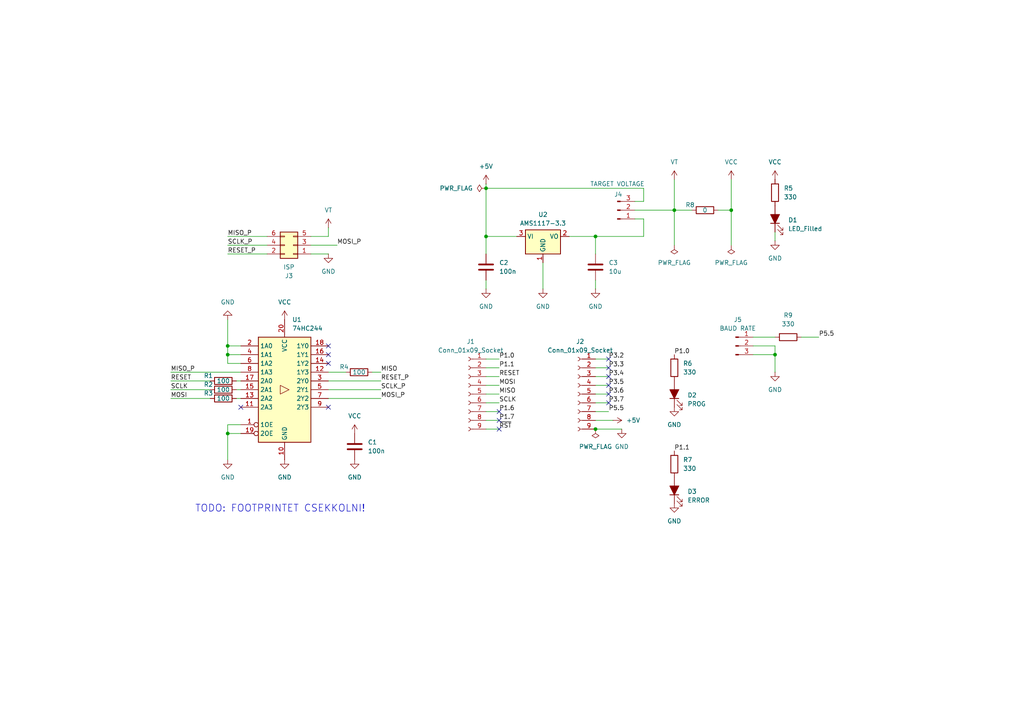
<source format=kicad_sch>
(kicad_sch (version 20231120) (generator "eeschema") (generator_version "8.0")
  (paper "A4")
  (title_block (title "STC-AVR-ISP") (date "2024-03-31") (rev "ver. dual VCC") (company "Weisz Pál | Schönherz Elektronikai Műhely"))
  (lib_symbols
    (symbol "74xx:74HC244"
      (property "Reference" "U" (at -7.62 16.51 0))
      (property "Value" "74HC244" (at -7.62 -16.51 0))
      (symbol "74HC244_1_0"
        (polyline (pts (xy 1.27 0) (xy -1.27 1.27) (xy -1.27 -1.27) (xy 1.27 0)) (stroke (width 0.1524)))
        (pin input inverted (at -12.7 -10.16 0) (length 5.08) (name "1OE") (number "1"))
        (pin power_in line (at 0 -20.32 90) (length 5.08) (name "GND") (number "10"))
        (pin input line (at -12.7 -5.08 0) (length 5.08) (name "2A3") (number "11"))
        (pin tri_state line (at 12.7 5.08 180) (length 5.08) (name "1Y3") (number "12"))
        (pin input line (at -12.7 -2.54 0) (length 5.08) (name "2A2") (number "13"))
        (pin tri_state line (at 12.7 7.62 180) (length 5.08) (name "1Y2") (number "14"))
        (pin input line (at -12.7 0 0) (length 5.08) (name "2A1") (number "15"))
        (pin tri_state line (at 12.7 10.16 180) (length 5.08) (name "1Y1") (number "16"))
        (pin input line (at -12.7 2.54 0) (length 5.08) (name "2A0") (number "17"))
        (pin tri_state line (at 12.7 12.7 180) (length 5.08) (name "1Y0") (number "18"))
        (pin input inverted (at -12.7 -12.7 0) (length 5.08) (name "2OE") (number "19"))
        (pin input line (at -12.7 12.7 0) (length 5.08) (name "1A0") (number "2"))
        (pin power_in line (at 0 20.32 270) (length 5.08) (name "VCC") (number "20"))
        (pin tri_state line (at 12.7 2.54 180) (length 5.08) (name "2Y0") (number "3"))
        (pin input line (at -12.7 10.16 0) (length 5.08) (name "1A1") (number "4"))
        (pin tri_state line (at 12.7 0 180) (length 5.08) (name "2Y1") (number "5"))
        (pin input line (at -12.7 7.62 0) (length 5.08) (name "1A2") (number "6"))
        (pin tri_state line (at 12.7 -2.54 180) (length 5.08) (name "2Y2") (number "7"))
        (pin input line (at -12.7 5.08 0) (length 5.08) (name "1A3") (number "8"))
        (pin tri_state line (at 12.7 -5.08 180) (length 5.08) (name "2Y3") (number "9"))
      )
      (symbol "74HC244_1_1"
        (rectangle (start -7.62 15.24) (end 7.62 -15.24) (stroke (width 0.254)) (fill (type background)))
      )
    )
    (symbol "Connector:Conn_01x03_Pin" (pin_names (offset 1.016) hide)
      (property "Reference" "J" (at 0 5.08 0))
      (property "Value" "Conn_01x03_Pin" (at 0 -5.08 0))
      (symbol "Conn_01x03_Pin_1_1"
        (polyline (pts (xy 1.27 -2.54) (xy 0.8636 -2.54)) (stroke (width 0.1524)))
        (polyline (pts (xy 1.27 0) (xy 0.8636 0)) (stroke (width 0.1524)))
        (polyline (pts (xy 1.27 2.54) (xy 0.8636 2.54)) (stroke (width 0.1524)))
        (rectangle (start 0.8636 -2.413) (end 0 -2.667) (stroke (width 0.1524)) (fill (type outline)))
        (rectangle (start 0.8636 0.127) (end 0 -0.127) (stroke (width 0.1524)) (fill (type outline)))
        (rectangle (start 0.8636 2.667) (end 0 2.413) (stroke (width 0.1524)) (fill (type outline)))
        (pin passive line (at 5.08 2.54 180) (length 3.81) (name "Pin_1") (number "1"))
        (pin passive line (at 5.08 0 180) (length 3.81) (name "Pin_2") (number "2"))
        (pin passive line (at 5.08 -2.54 180) (length 3.81) (name "Pin_3") (number "3"))
      )
    )
    (symbol "Connector:Conn_01x09_Socket" (pin_names (offset 1.016) hide)
      (property "Reference" "J" (at 0 12.7 0))
      (property "Value" "Conn_01x09_Socket" (at 0 -12.7 0))
      (symbol "Conn_01x09_Socket_1_1"
        (arc (start 0 -9.652) (mid -0.5058 -10.16) (end 0 -10.668) (stroke (width 0.1524)))
        (arc (start 0 -7.112) (mid -0.5058 -7.62) (end 0 -8.128) (stroke (width 0.1524)))
        (arc (start 0 -4.572) (mid -0.5058 -5.08) (end 0 -5.588) (stroke (width 0.1524)))
        (arc (start 0 -2.032) (mid -0.5058 -2.54) (end 0 -3.048) (stroke (width 0.1524)))
        (polyline (pts (xy -1.27 -10.16) (xy -0.508 -10.16)) (stroke (width 0.1524)))
        (polyline (pts (xy -1.27 -7.62) (xy -0.508 -7.62)) (stroke (width 0.1524)))
        (polyline (pts (xy -1.27 -5.08) (xy -0.508 -5.08)) (stroke (width 0.1524)))
        (polyline (pts (xy -1.27 -2.54) (xy -0.508 -2.54)) (stroke (width 0.1524)))
        (polyline (pts (xy -1.27 0) (xy -0.508 0)) (stroke (width 0.1524)))
        (polyline (pts (xy -1.27 2.54) (xy -0.508 2.54)) (stroke (width 0.1524)))
        (polyline (pts (xy -1.27 5.08) (xy -0.508 5.08)) (stroke (width 0.1524)))
        (polyline (pts (xy -1.27 7.62) (xy -0.508 7.62)) (stroke (width 0.1524)))
        (polyline (pts (xy -1.27 10.16) (xy -0.508 10.16)) (stroke (width 0.1524)))
        (arc (start 0 0.508) (mid -0.5058 0) (end 0 -0.508) (stroke (width 0.1524)))
        (arc (start 0 3.048) (mid -0.5058 2.54) (end 0 2.032) (stroke (width 0.1524)))
        (arc (start 0 5.588) (mid -0.5058 5.08) (end 0 4.572) (stroke (width 0.1524)))
        (arc (start 0 8.128) (mid -0.5058 7.62) (end 0 7.112) (stroke (width 0.1524)))
        (arc (start 0 10.668) (mid -0.5058 10.16) (end 0 9.652) (stroke (width 0.1524)))
        (pin passive line (at -5.08 10.16 0) (length 3.81) (name "Pin_1") (number "1"))
        (pin passive line (at -5.08 7.62 0) (length 3.81) (name "Pin_2") (number "2"))
        (pin passive line (at -5.08 5.08 0) (length 3.81) (name "Pin_3") (number "3"))
        (pin passive line (at -5.08 2.54 0) (length 3.81) (name "Pin_4") (number "4"))
        (pin passive line (at -5.08 0 0) (length 3.81) (name "Pin_5") (number "5"))
        (pin passive line (at -5.08 -2.54 0) (length 3.81) (name "Pin_6") (number "6"))
        (pin passive line (at -5.08 -5.08 0) (length 3.81) (name "Pin_7") (number "7"))
        (pin passive line (at -5.08 -7.62 0) (length 3.81) (name "Pin_8") (number "8"))
        (pin passive line (at -5.08 -10.16 0) (length 3.81) (name "Pin_9") (number "9"))
      )
    )
    (symbol "Connector_Generic:Conn_02x03_Odd_Even" (pin_names (offset 1.016) hide)
      (property "Reference" "J" (at 1.27 5.08 0))
      (property "Value" "Conn_02x03_Odd_Even" (at 1.27 -5.08 0))
      (symbol "Conn_02x03_Odd_Even_1_1"
        (rectangle (start -1.27 -2.413) (end 0 -2.667) (stroke (width 0.1524)))
        (rectangle (start -1.27 0.127) (end 0 -0.127) (stroke (width 0.1524)))
        (rectangle (start -1.27 2.667) (end 0 2.413) (stroke (width 0.1524)))
        (rectangle (start -1.27 3.81) (end 3.81 -3.81) (stroke (width 0.254)) (fill (type background)))
        (rectangle (start 3.81 -2.413) (end 2.54 -2.667) (stroke (width 0.1524)))
        (rectangle (start 3.81 0.127) (end 2.54 -0.127) (stroke (width 0.1524)))
        (rectangle (start 3.81 2.667) (end 2.54 2.413) (stroke (width 0.1524)))
        (pin passive line (at -5.08 2.54 0) (length 3.81) (name "Pin_1") (number "1"))
        (pin passive line (at 7.62 2.54 180) (length 3.81) (name "Pin_2") (number "2"))
        (pin passive line (at -5.08 0 0) (length 3.81) (name "Pin_3") (number "3"))
        (pin passive line (at 7.62 0 180) (length 3.81) (name "Pin_4") (number "4"))
        (pin passive line (at -5.08 -2.54 0) (length 3.81) (name "Pin_5") (number "5"))
        (pin passive line (at 7.62 -2.54 180) (length 3.81) (name "Pin_6") (number "6"))
      )
    )
    (symbol "Device:C" (pin_numbers hide) (pin_names (offset 0.254))
      (property "Reference" "C" (at 0.635 2.54 0))
      (property "Value" "C" (at 0.635 -2.54 0))
      (symbol "C_0_1"
        (polyline (pts (xy -2.032 -0.762) (xy 2.032 -0.762)) (stroke (width 0.508)))
        (polyline (pts (xy -2.032 0.762) (xy 2.032 0.762)) (stroke (width 0.508)))
      )
      (symbol "C_1_1"
        (pin passive line (at 0 3.81 270) (length 2.794) (name "~") (number "1"))
        (pin passive line (at 0 -3.81 90) (length 2.794) (name "~") (number "2"))
      )
    )
    (symbol "Device:LED_Filled" (pin_numbers hide) (pin_names (offset 1.016) hide)
      (property "Reference" "D" (at 0 2.54 0))
      (property "Value" "LED_Filled" (at 0 -2.54 0))
      (symbol "LED_Filled_0_1"
        (polyline (pts (xy -1.27 -1.27) (xy -1.27 1.27)) (stroke (width 0.254)))
        (polyline (pts (xy -1.27 0) (xy 1.27 0)))
        (polyline (pts (xy 1.27 -1.27) (xy 1.27 1.27) (xy -1.27 0) (xy 1.27 -1.27)) (stroke (width 0.254)) (fill (type outline)))
        (polyline (pts (xy -3.048 -0.762) (xy -4.572 -2.286) (xy -3.81 -2.286) (xy -4.572 -2.286) (xy -4.572 -1.524)))
        (polyline (pts (xy -1.778 -0.762) (xy -3.302 -2.286) (xy -2.54 -2.286) (xy -3.302 -2.286) (xy -3.302 -1.524)))
      )
      (symbol "LED_Filled_1_1"
        (pin passive line (at -3.81 0 0) (length 2.54) (name "K") (number "1"))
        (pin passive line (at 3.81 0 180) (length 2.54) (name "A") (number "2"))
      )
    )
    (symbol "Device:R" (pin_numbers hide) (pin_names (offset 0))
      (property "Reference" "R" (at 2.032 0 90))
      (property "Value" "R" (at 0 0 90))
      (symbol "R_0_1"
        (rectangle (start -1.016 -2.54) (end 1.016 2.54) (stroke (width 0.254)))
      )
      (symbol "R_1_1"
        (pin passive line (at 0 3.81 270) (length 1.27) (name "~") (number "1"))
        (pin passive line (at 0 -3.81 90) (length 1.27) (name "~") (number "2"))
      )
    )
    (symbol "GND_1" (power) (pin_numbers hide) (pin_names (offset 0) hide)
      (property "Value" "GND" (at 0 -3.81 0))
      (symbol "GND_1_0_1"
        (polyline (pts (xy 0 0) (xy 0 -1.27) (xy 1.27 -1.27) (xy 0 -2.54) (xy -1.27 -1.27) (xy 0 -1.27)))
      )
      (symbol "GND_1_1_1"
        (pin power_in line (at 0 0 270) (length 0) (name "~") (number "1"))
      )
    )
    (symbol "Regulator_Linear:AMS1117-3.3"
      (property "Reference" "U" (at -3.81 3.175 0))
      (property "Value" "AMS1117-3.3" (at 0 3.175 0))
      (symbol "AMS1117-3.3_0_1"
        (rectangle (start -5.08 -5.08) (end 5.08 1.905) (stroke (width 0.254)) (fill (type background)))
      )
      (symbol "AMS1117-3.3_1_1"
        (pin power_in line (at 0 -7.62 90) (length 2.54) (name "GND") (number "1"))
        (pin power_out line (at 7.62 0 180) (length 2.54) (name "VO") (number "2"))
        (pin power_in line (at -7.62 0 0) (length 2.54) (name "VI") (number "3"))
      )
    )
    (symbol "VCC_1" (power) (pin_numbers hide) (pin_names (offset 0) hide)
      (property "Value" "VCC" (at 0 3.556 0))
      (symbol "VCC_1_0_1"
        (polyline (pts (xy -0.762 1.27) (xy 0 2.54)))
        (polyline (pts (xy 0 0) (xy 0 2.54)))
        (polyline (pts (xy 0 2.54) (xy 0.762 1.27)))
      )
      (symbol "VCC_1_1_1"
        (pin power_in line (at 0 0 90) (length 0) (name "~") (number "1"))
      )
    )
    (symbol "power:+5V" (power) (pin_numbers hide) (pin_names (offset 0) hide)
      (property "Value" "+5V" (at 0 3.556 0))
      (symbol "+5V_0_1"
        (polyline (pts (xy -0.762 1.27) (xy 0 2.54)))
        (polyline (pts (xy 0 0) (xy 0 2.54)))
        (polyline (pts (xy 0 2.54) (xy 0.762 1.27)))
      )
      (symbol "+5V_1_1"
        (pin power_in line (at 0 0 90) (length 0) (name "~") (number "1"))
      )
    )
    (symbol "power:PWR_FLAG" (power) (pin_numbers hide) (pin_names (offset 0) hide)
      (property "Value" "PWR_FLAG" (at 0 3.81 0))
      (symbol "PWR_FLAG_0_0"
        (pin power_out line (at 0 0 90) (length 0) (name "~") (number "1"))
      )
      (symbol "PWR_FLAG_0_1"
        (polyline (pts (xy 0 0) (xy 0 1.27) (xy -1.016 1.905) (xy 0 2.54) (xy 1.016 1.905) (xy 0 1.27)))
      )
    )
  )
  (junction (at 224.79 102.87))
  (junction (at 172.72 68.58))
  (junction (at 140.97 68.58))
  (junction (at 140.97 54.61))
  (junction (at 66.04 102.87))
  (junction (at 172.72 124.46))
  (junction (at 66.04 125.73))
  (junction (at 212.09 60.96))
  (junction (at 66.04 100.33))
  (junction (at 195.58 60.96))
  (no_connect (at 176.53 111.76))
  (no_connect (at 176.53 116.84))
  (no_connect (at 144.78 121.92))
  (no_connect (at 95.25 118.11))
  (no_connect (at 176.53 106.68))
  (no_connect (at 144.78 124.46))
  (no_connect (at 95.25 105.41))
  (no_connect (at 176.53 109.22))
  (no_connect (at 144.78 119.38))
  (no_connect (at 176.53 104.14))
  (no_connect (at 95.25 100.33))
  (no_connect (at 95.25 102.87))
  (no_connect (at 69.85 118.11))
  (no_connect (at 176.53 114.3))
  (wire (pts (xy 184.15 60.96) (xy 195.58 60.96)))
  (wire (pts (xy 140.97 106.68) (xy 144.78 106.68)))
  (wire (pts (xy 218.44 102.87) (xy 224.79 102.87)))
  (wire (pts (xy 66.04 73.66) (xy 77.47 73.66)))
  (wire (pts (xy 95.25 110.49) (xy 110.49 110.49)))
  (wire (pts (xy 186.69 58.42) (xy 184.15 58.42)))
  (wire (pts (xy 184.15 63.5) (xy 186.69 63.5)))
  (wire (pts (xy 195.58 60.96) (xy 200.66 60.96)))
  (wire (pts (xy 172.72 68.58) (xy 186.69 68.58)))
  (wire (pts (xy 90.17 71.12) (xy 97.79 71.12)))
  (wire (pts (xy 66.04 123.19) (xy 66.04 125.73)))
  (wire (pts (xy 157.48 76.2) (xy 157.48 83.82)))
  (wire (pts (xy 95.25 115.57) (xy 110.49 115.57)))
  (wire (pts (xy 218.44 100.33) (xy 224.79 100.33)))
  (wire (pts (xy 172.72 68.58) (xy 172.72 73.66)))
  (wire (pts (xy 224.79 67.31) (xy 224.79 69.85)))
  (wire (pts (xy 212.09 60.96) (xy 208.28 60.96)))
  (wire (pts (xy 95.25 107.95) (xy 100.33 107.95)))
  (wire (pts (xy 66.04 133.35) (xy 66.04 125.73)))
  (wire (pts (xy 172.72 114.3) (xy 176.53 114.3)))
  (wire (pts (xy 195.58 60.96) (xy 195.58 71.12)))
  (wire (pts (xy 140.97 124.46) (xy 144.78 124.46)))
  (wire (pts (xy 172.72 106.68) (xy 176.53 106.68)))
  (wire (pts (xy 172.72 111.76) (xy 176.53 111.76)))
  (wire (pts (xy 95.25 68.58) (xy 90.17 68.58)))
  (wire (pts (xy 140.97 119.38) (xy 144.78 119.38)))
  (wire (pts (xy 195.58 60.96) (xy 195.58 52.07)))
  (wire (pts (xy 186.69 63.5) (xy 186.69 68.58)))
  (wire (pts (xy 69.85 105.41) (xy 66.04 105.41)))
  (wire (pts (xy 90.17 73.66) (xy 95.25 73.66)))
  (wire (pts (xy 66.04 100.33) (xy 69.85 100.33)))
  (wire (pts (xy 49.53 113.03) (xy 60.96 113.03)))
  (wire (pts (xy 66.04 105.41) (xy 66.04 102.87)))
  (wire (pts (xy 66.04 92.71) (xy 66.04 100.33)))
  (wire (pts (xy 49.53 115.57) (xy 60.96 115.57)))
  (wire (pts (xy 172.72 109.22) (xy 176.53 109.22)))
  (wire (pts (xy 49.53 110.49) (xy 60.96 110.49)))
  (wire (pts (xy 140.97 121.92) (xy 144.78 121.92)))
  (wire (pts (xy 140.97 111.76) (xy 144.78 111.76)))
  (wire (pts (xy 49.53 107.95) (xy 69.85 107.95)))
  (wire (pts (xy 172.72 121.92) (xy 177.8 121.92)))
  (wire (pts (xy 172.72 116.84) (xy 176.53 116.84)))
  (wire (pts (xy 172.72 119.38) (xy 176.53 119.38)))
  (wire (pts (xy 172.72 124.46) (xy 180.34 124.46)))
  (wire (pts (xy 140.97 116.84) (xy 144.78 116.84)))
  (wire (pts (xy 66.04 68.58) (xy 77.47 68.58)))
  (wire (pts (xy 95.25 66.04) (xy 95.25 68.58)))
  (wire (pts (xy 140.97 68.58) (xy 149.86 68.58)))
  (wire (pts (xy 172.72 104.14) (xy 176.53 104.14)))
  (wire (pts (xy 140.97 54.61) (xy 140.97 68.58)))
  (wire (pts (xy 224.79 102.87) (xy 224.79 107.95)))
  (wire (pts (xy 140.97 83.82) (xy 140.97 81.28)))
  (wire (pts (xy 140.97 104.14) (xy 144.78 104.14)))
  (wire (pts (xy 140.97 68.58) (xy 140.97 73.66)))
  (wire (pts (xy 110.49 107.95) (xy 107.95 107.95)))
  (wire (pts (xy 224.79 100.33) (xy 224.79 102.87)))
  (wire (pts (xy 68.58 110.49) (xy 69.85 110.49)))
  (wire (pts (xy 68.58 115.57) (xy 69.85 115.57)))
  (wire (pts (xy 140.97 54.61) (xy 186.69 54.61)))
  (wire (pts (xy 68.58 113.03) (xy 69.85 113.03)))
  (wire (pts (xy 95.25 113.03) (xy 110.49 113.03)))
  (wire (pts (xy 232.41 97.79) (xy 237.49 97.79)))
  (wire (pts (xy 172.72 83.82) (xy 172.72 81.28)))
  (wire (pts (xy 212.09 60.96) (xy 212.09 71.12)))
  (wire (pts (xy 212.09 52.07) (xy 212.09 60.96)))
  (wire (pts (xy 66.04 100.33) (xy 66.04 102.87)))
  (wire (pts (xy 66.04 123.19) (xy 69.85 123.19)))
  (wire (pts (xy 186.69 54.61) (xy 186.69 58.42)))
  (wire (pts (xy 140.97 53.34) (xy 140.97 54.61)))
  (wire (pts (xy 165.1 68.58) (xy 172.72 68.58)))
  (wire (pts (xy 69.85 102.87) (xy 66.04 102.87)))
  (wire (pts (xy 140.97 114.3) (xy 144.78 114.3)))
  (wire (pts (xy 66.04 71.12) (xy 77.47 71.12)))
  (wire (pts (xy 66.04 125.73) (xy 69.85 125.73)))
  (wire (pts (xy 218.44 97.79) (xy 224.79 97.79)))
  (wire (pts (xy 140.97 109.22) (xy 144.78 109.22)))
  (text "TODO: FOOTPRINTET CSEKKOLNI!" (at 81.28 147.574 0) (effects (font (size 2.032 2.032))))
  (label "P5.5" (at 237.49 97.79 0))
  (label "MISO_P" (at 66.04 68.58 0))
  (label "P1.1" (at 195.58 130.81 0))
  (label "P3.7" (at 176.53 116.84 0))
  (label "P3.2" (at 176.53 104.14 0))
  (label "SCLK_P" (at 110.49 113.03 0))
  (label "P3.3" (at 176.53 106.68 0))
  (label "P1.1" (at 144.78 106.68 0))
  (label "RESET" (at 144.78 109.22 0))
  (label "P1.6" (at 144.78 119.38 0))
  (label "P1.0" (at 195.58 102.87 0))
  (label "SCLK" (at 49.53 113.03 0))
  (label "SCLK_P" (at 66.04 71.12 0))
  (label "MOSI_P" (at 97.79 71.12 0))
  (label "SCLK" (at 144.78 116.84 0))
  (label "RESET" (at 49.53 110.49 0))
  (label "P3.6" (at 176.53 114.3 0))
  (label "MOSI" (at 49.53 115.57 0))
  (label "MOSI_P" (at 110.49 115.57 0))
  (label "P1.7" (at 144.78 121.92 0))
  (label "P5.5" (at 176.53 119.38 0))
  (label "MISO_P" (at 49.53 107.95 0))
  (label "MOSI" (at 144.78 111.76 0))
  (label "P3.5" (at 176.53 111.76 0))
  (label "RESET_P" (at 110.49 110.49 0))
  (label "RESET_P" (at 66.04 73.66 0))
  (label "P1.0" (at 144.78 104.14 0))
  (label "P3.4" (at 176.53 109.22 0))
  (label "MISO" (at 110.49 107.95 0))
  (label "~{RST}" (at 144.78 124.46 0))
  (label "MISO" (at 144.78 114.3 0))
  (symbol (lib_name "GND_1") (lib_id "power:GND") (at 172.72 83.82 0) (unit 1)
    (property "Reference" "#PWR014" (effects (hide yes)))
    (property "Value" "GND" (at 172.72 88.9 0))
    (property "Description" "Power symbol creates a global label with name \"GND\" , ground" (effects (hide yes)))
  )
  (symbol (lib_id "power:+5V") (at 177.8 121.92 270) (unit 1)
    (property "Reference" "#PWR01" (effects (hide yes)))
    (property "Value" "+5V" (at 181.61 121.9199 90) (effects (justify left)))
    (property "Description" "Power symbol creates a global label with name \"+5V\"" (effects (hide yes)))
  )
  (symbol (lib_name "GND_1") (lib_id "power:GND") (at 102.87 133.35 0) (unit 1)
    (property "Reference" "#PWR06" (effects (hide yes)))
    (property "Value" "GND" (at 102.87 138.43 0))
    (property "Description" "Power symbol creates a global label with name \"GND\" , ground" (effects (hide yes)))
  )
  (symbol (lib_name "VCC_1") (lib_id "power:VCC") (at 95.25 66.04 0) (unit 1)
    (property "Reference" "#PWR09" (effects (hide yes)))
    (property "Value" "VT" (at 95.25 60.96 0))
    (property "Description" "Power symbol creates a global label with name \"VCC\"" (effects (hide yes)))
  )
  (symbol (lib_name "GND_1") (lib_id "power:GND") (at 224.79 69.85 0) (unit 1)
    (property "Reference" "#PWR016" (effects (hide yes)))
    (property "Value" "GND" (at 224.79 74.93 0))
    (property "Description" "Power symbol creates a global label with name \"GND\" , ground" (effects (hide yes)))
  )
  (symbol (lib_name "VCC_1") (lib_id "power:VCC") (at 195.58 52.07 0) (unit 1)
    (property "Reference" "#PWR020" (effects (hide yes)))
    (property "Value" "VT" (at 195.58 46.99 0))
    (property "Description" "Power symbol creates a global label with name \"VCC\"" (effects (hide yes)))
  )
  (symbol (lib_name "GND_1") (lib_id "power:GND") (at 157.48 83.82 0) (unit 1)
    (property "Reference" "#PWR012" (effects (hide yes)))
    (property "Value" "GND" (at 157.48 88.9 0))
    (property "Description" "Power symbol creates a global label with name \"GND\" , ground" (effects (hide yes)))
  )
  (symbol (lib_id "power:+5V") (at 140.97 53.34 0) (unit 1)
    (property "Reference" "#PWR011" (effects (hide yes)))
    (property "Value" "+5V" (at 140.97 48.26 0))
    (property "Description" "Power symbol creates a global label with name \"+5V\"" (effects (hide yes)))
  )
  (symbol (lib_id "Device:R") (at 195.58 134.62 0) (unit 1)
    (property "Reference" "R7" (at 198.12 133.3499 0) (effects (justify left)))
    (property "Value" "330" (at 198.12 135.8899 0) (effects (justify left)))
    (property "Footprint" "Resistor_SMD:R_0805_2012Metric_Pad1.20x1.40mm_HandSolder" (effects (hide yes)))
    (property "Description" "Resistor" (effects (hide yes)))
  )
  (symbol (lib_name "GND_1") (lib_id "power:GND") (at 66.04 92.71 180) (unit 1)
    (property "Reference" "#PWR05" (effects (hide yes)))
    (property "Value" "GND" (at 66.04 87.63 0))
    (property "Description" "Power symbol creates a global label with name \"GND\" , ground" (effects (hide yes)))
  )
  (symbol (lib_id "Regulator_Linear:AMS1117-3.3") (at 157.48 68.58 0) (unit 1)
    (property "Reference" "U2" (at 157.48 62.23 0))
    (property "Value" "AMS1117-3.3" (at 157.48 64.77 0))
    (property "Footprint" "Package_TO_SOT_SMD:SOT-223-3_TabPin2" (effects (hide yes)))
    (property "Datasheet" "http://www.advanced-monolithic.com/pdf/ds1117.pdf" (effects (hide yes)))
    (property "Description" "1A Low Dropout regulator, positive, 3.3V fixed output, SOT-223" (effects (hide yes)))
  )
  (symbol (lib_name "VCC_1") (lib_id "power:VCC") (at 224.79 52.07 0) (unit 1)
    (property "Reference" "#PWR021" (effects (hide yes)))
    (property "Value" "VCC" (at 224.79 46.99 0))
    (property "Description" "Power symbol creates a global label with name \"VCC\"" (effects (hide yes)))
  )
  (symbol (lib_name "VCC_1") (lib_id "power:VCC") (at 82.55 92.71 0) (unit 1)
    (property "Reference" "#PWR07" (effects (hide yes)))
    (property "Value" "VCC" (at 82.55 87.63 0))
    (property "Description" "Power symbol creates a global label with name \"VCC\"" (effects (hide yes)))
  )
  (symbol (lib_id "Connector_Generic:Conn_02x03_Odd_Even") (at 85.09 71.12 180) (unit 1)
    (property "Reference" "J3" (at 83.82 80.01 0))
    (property "Value" "ISP" (at 83.82 77.47 0))
    (property "Footprint" "Connector_PinSocket_2.54mm:PinSocket_2x03_P2.54mm_Horizontal" (effects (hide yes)))
    (property "Description" "Generic connector, double row, 02x03, odd/even pin numbering scheme (row 1 odd numbers, row 2 even numbers), script generated (kicad-library-utils/schlib/autogen/connector/)" (effects (hide yes)))
  )
  (symbol (lib_name "GND_1") (lib_id "power:GND") (at 180.34 124.46 0) (unit 1)
    (property "Reference" "#PWR02" (effects (hide yes)))
    (property "Value" "GND" (at 180.34 129.54 0))
    (property "Description" "Power symbol creates a global label with name \"GND\" , ground" (effects (hide yes)))
  )
  (symbol (lib_name "GND_1") (lib_id "power:GND") (at 82.55 133.35 0) (unit 1)
    (property "Reference" "#PWR03" (effects (hide yes)))
    (property "Value" "GND" (at 82.55 138.43 0))
    (property "Description" "Power symbol creates a global label with name \"GND\" , ground" (effects (hide yes)))
  )
  (symbol (lib_id "power:PWR_FLAG") (at 195.58 71.12 180) (unit 1)
    (property "Reference" "#FLG02" (effects (hide yes)))
    (property "Value" "PWR_FLAG" (at 195.58 76.2 0))
    (property "Description" "Special symbol for telling ERC where power comes from" (effects (hide yes)))
  )
  (symbol (lib_id "Device:LED_Filled") (at 224.79 63.5 90) (unit 1)
    (property "Reference" "D1" (at 228.6 63.8174 90) (effects (justify right)))
    (property "Value" "LED_Filled" (at 228.6 66.3574 90) (effects (justify right)))
    (property "Footprint" "LED_SMD:LED_0805_2012Metric_Pad1.15x1.40mm_HandSolder" (effects (hide yes)))
    (property "Description" "Light emitting diode, filled shape" (effects (hide yes)))
  )
  (symbol (lib_id "Device:R") (at 224.79 55.88 0) (unit 1)
    (property "Reference" "R5" (at 227.33 54.6099 0) (effects (justify left)))
    (property "Value" "330" (at 227.33 57.1499 0) (effects (justify left)))
    (property "Footprint" "Resistor_SMD:R_0805_2012Metric_Pad1.20x1.40mm_HandSolder" (effects (hide yes)))
    (property "Description" "Resistor" (effects (hide yes)))
  )
  (symbol (lib_id "Device:LED_Filled") (at 195.58 142.24 90) (unit 1)
    (property "Reference" "D3" (at 199.39 142.5574 90) (effects (justify right)))
    (property "Value" "ERROR" (at 199.39 145.0974 90) (effects (justify right)))
    (property "Footprint" "LED_THT:LED_D3.0mm" (effects (hide yes)))
    (property "Description" "Light emitting diode, filled shape" (effects (hide yes)))
  )
  (symbol (lib_id "Device:C") (at 102.87 129.54 0) (unit 1)
    (property "Reference" "C1" (at 106.68 128.2699 0) (effects (justify left)))
    (property "Value" "100n" (at 106.68 130.8099 0) (effects (justify left)))
    (property "Footprint" "Capacitor_SMD:C_0805_2012Metric_Pad1.18x1.45mm_HandSolder" (effects (hide yes)))
    (property "Description" "Unpolarized capacitor" (effects (hide yes)))
  )
  (symbol (lib_id "power:PWR_FLAG") (at 212.09 71.12 180) (unit 1)
    (property "Reference" "#FLG04" (effects (hide yes)))
    (property "Value" "PWR_FLAG" (at 212.09 76.2 0))
    (property "Description" "Special symbol for telling ERC where power comes from" (effects (hide yes)))
  )
  (symbol (lib_name "GND_1") (lib_id "power:GND") (at 66.04 133.35 0) (unit 1)
    (property "Reference" "#PWR04" (effects (hide yes)))
    (property "Value" "GND" (at 66.04 138.43 0))
    (property "Description" "Power symbol creates a global label with name \"GND\" , ground" (effects (hide yes)))
  )
  (symbol (lib_id "Device:LED_Filled") (at 195.58 114.3 90) (unit 1)
    (property "Reference" "D2" (at 199.39 114.6174 90) (effects (justify right)))
    (property "Value" "PROG" (at 199.39 117.1574 90) (effects (justify right)))
    (property "Footprint" "LED_THT:LED_D3.0mm" (effects (hide yes)))
    (property "Description" "Light emitting diode, filled shape" (effects (hide yes)))
  )
  (symbol (lib_id "Device:R") (at 64.77 113.03 90) (unit 1)
    (property "Reference" "R2" (at 60.452 111.506 90))
    (property "Value" "100" (at 64.77 113.03 90))
    (property "Footprint" "Resistor_SMD:R_0805_2012Metric_Pad1.20x1.40mm_HandSolder" (effects (hide yes)))
    (property "Description" "Resistor" (effects (hide yes)))
  )
  (symbol (lib_name "GND_1") (lib_id "power:GND") (at 95.25 73.66 0) (unit 1)
    (property "Reference" "#PWR010" (effects (hide yes)))
    (property "Value" "GND" (at 95.25 78.74 0))
    (property "Description" "Power symbol creates a global label with name \"GND\" , ground" (effects (hide yes)))
  )
  (symbol (lib_id "74xx:74HC244") (at 82.55 113.03 0) (unit 1)
    (property "Reference" "U1" (at 84.7441 92.71 0) (effects (justify left)))
    (property "Value" "74HC244" (at 84.7441 95.25 0) (effects (justify left)))
    (property "Footprint" "Package_SO:TSSOP-20_4.4x6.5mm_P0.65mm" (effects (hide yes)))
    (property "Datasheet" "https://assets.nexperia.com/documents/data-sheet/74HC_HCT244.pdf" (effects (hide yes)))
    (property "Description" "8-bit Buffer/Line Driver 3-state" (effects (hide yes)))
  )
  (symbol (lib_id "Device:R") (at 64.77 110.49 90) (unit 1)
    (property "Reference" "R1" (at 60.452 108.966 90))
    (property "Value" "100" (at 64.77 110.49 90))
    (property "Footprint" "Resistor_SMD:R_0805_2012Metric_Pad1.20x1.40mm_HandSolder" (effects (hide yes)))
    (property "Description" "Resistor" (effects (hide yes)))
  )
  (symbol (lib_name "GND_1") (lib_id "power:GND") (at 140.97 83.82 0) (unit 1)
    (property "Reference" "#PWR013" (effects (hide yes)))
    (property "Value" "GND" (at 140.97 88.9 0))
    (property "Description" "Power symbol creates a global label with name \"GND\" , ground" (effects (hide yes)))
  )
  (symbol (lib_id "Device:R") (at 204.47 60.96 90) (unit 1)
    (property "Reference" "R8" (at 200.152 59.436 90))
    (property "Value" "0" (at 204.47 60.96 90))
    (property "Footprint" "Resistor_SMD:R_0805_2012Metric_Pad1.20x1.40mm_HandSolder" (effects (hide yes)))
    (property "Description" "Resistor" (effects (hide yes)))
  )
  (symbol (lib_id "Connector:Conn_01x09_Socket") (at 135.89 114.3 0) (mirror y) (unit 1)
    (property "Reference" "J1" (at 136.525 99.06 0))
    (property "Value" "Conn_01x09_Socket" (at 136.525 101.6 0))
    (property "Footprint" "Connector_PinSocket_2.54mm:PinSocket_1x09_P2.54mm_Vertical" (effects (hide yes)))
    (property "Description" "Generic connector, single row, 01x09, script generated" (effects (hide yes)))
  )
  (symbol (lib_id "Device:C") (at 140.97 77.47 0) (unit 1)
    (property "Reference" "C2" (at 144.78 76.1999 0) (effects (justify left)))
    (property "Value" "100n" (at 144.78 78.7399 0) (effects (justify left)))
    (property "Footprint" "Capacitor_SMD:C_0805_2012Metric_Pad1.18x1.45mm_HandSolder" (effects (hide yes)))
    (property "Description" "Unpolarized capacitor" (effects (hide yes)))
  )
  (symbol (lib_id "Device:R") (at 195.58 106.68 0) (unit 1)
    (property "Reference" "R6" (at 198.12 105.4099 0) (effects (justify left)))
    (property "Value" "330" (at 198.12 107.9499 0) (effects (justify left)))
    (property "Footprint" "Resistor_SMD:R_0805_2012Metric_Pad1.20x1.40mm_HandSolder" (effects (hide yes)))
    (property "Description" "Resistor" (effects (hide yes)))
  )
  (symbol (lib_name "VCC_1") (lib_id "power:VCC") (at 102.87 125.73 0) (unit 1)
    (property "Reference" "#PWR08" (effects (hide yes)))
    (property "Value" "VCC" (at 102.87 120.65 0))
    (property "Description" "Power symbol creates a global label with name \"VCC\"" (effects (hide yes)))
  )
  (symbol (lib_id "Device:C") (at 172.72 77.47 0) (unit 1)
    (property "Reference" "C3" (at 176.53 76.1999 0) (effects (justify left)))
    (property "Value" "10u" (at 176.53 78.7399 0) (effects (justify left)))
    (property "Footprint" "Capacitor_SMD:C_0805_2012Metric_Pad1.18x1.45mm_HandSolder" (effects (hide yes)))
    (property "Description" "Unpolarized capacitor" (effects (hide yes)))
  )
  (symbol (lib_id "Connector:Conn_01x03_Pin") (at 179.07 60.96 0) (mirror x) (unit 1)
    (property "Reference" "J4" (at 179.324 56.388 0))
    (property "Value" "TARGET VOLTAGE" (at 179.07 53.34 0))
    (property "Footprint" "Connector_PinHeader_2.54mm:PinHeader_1x03_P2.54mm_Vertical" (effects (hide yes)))
    (property "Description" "Generic connector, single row, 01x03, script generated" (effects (hide yes)))
  )
  (symbol (lib_id "Connector:Conn_01x09_Socket") (at 167.64 114.3 0) (mirror y) (unit 1)
    (property "Reference" "J2" (at 168.275 99.06 0))
    (property "Value" "Conn_01x09_Socket" (at 168.275 101.6 0))
    (property "Footprint" "Connector_PinSocket_2.54mm:PinSocket_1x09_P2.54mm_Vertical" (effects (hide yes)))
    (property "Description" "Generic connector, single row, 01x09, script generated" (effects (hide yes)))
  )
  (symbol (lib_name "VCC_1") (lib_id "power:VCC") (at 212.09 52.07 0) (unit 1)
    (property "Reference" "#PWR015" (effects (hide yes)))
    (property "Value" "VCC" (at 212.09 46.99 0))
    (property "Description" "Power symbol creates a global label with name \"VCC\"" (effects (hide yes)))
  )
  (symbol (lib_id "power:PWR_FLAG") (at 140.97 54.61 90) (unit 1)
    (property "Reference" "#FLG01" (effects (hide yes)))
    (property "Value" "PWR_FLAG" (at 137.16 54.6099 90) (effects (justify left)))
    (property "Description" "Special symbol for telling ERC where power comes from" (effects (hide yes)))
  )
  (symbol (lib_name "GND_1") (lib_id "power:GND") (at 195.58 118.11 0) (unit 1)
    (property "Reference" "#PWR018" (effects (hide yes)))
    (property "Value" "GND" (at 195.58 123.19 0))
    (property "Description" "Power symbol creates a global label with name \"GND\" , ground" (effects (hide yes)))
  )
  (symbol (lib_id "Device:R") (at 64.77 115.57 90) (unit 1)
    (property "Reference" "R3" (at 60.452 114.046 90))
    (property "Value" "100" (at 64.77 115.57 90))
    (property "Footprint" "Resistor_SMD:R_0805_2012Metric_Pad1.20x1.40mm_HandSolder" (effects (hide yes)))
    (property "Description" "Resistor" (effects (hide yes)))
  )
  (symbol (lib_name "GND_1") (lib_id "power:GND") (at 224.79 107.95 0) (unit 1)
    (property "Reference" "#PWR017" (effects (hide yes)))
    (property "Value" "GND" (at 224.79 113.03 0))
    (property "Description" "Power symbol creates a global label with name \"GND\" , ground" (effects (hide yes)))
  )
  (symbol (lib_id "power:PWR_FLAG") (at 172.72 124.46 180) (unit 1)
    (property "Reference" "#FLG03" (effects (hide yes)))
    (property "Value" "PWR_FLAG" (at 172.72 129.54 0))
    (property "Description" "Special symbol for telling ERC where power comes from" (effects (hide yes)))
  )
  (symbol (lib_id "Device:R") (at 104.14 107.95 90) (unit 1)
    (property "Reference" "R4" (at 99.822 106.426 90))
    (property "Value" "100" (at 104.14 107.95 90))
    (property "Footprint" "Resistor_SMD:R_0805_2012Metric_Pad1.20x1.40mm_HandSolder" (effects (hide yes)))
    (property "Description" "Resistor" (effects (hide yes)))
  )
  (symbol (lib_id "Connector:Conn_01x03_Pin") (at 213.36 100.33 0) (unit 1)
    (property "Reference" "J5" (at 213.995 92.71 0))
    (property "Value" "BAUD RATE" (at 213.995 95.25 0))
    (property "Footprint" "Connector_PinHeader_2.54mm:PinHeader_1x03_P2.54mm_Vertical" (effects (hide yes)))
    (property "Description" "Generic connector, single row, 01x03, script generated" (effects (hide yes)))
  )
  (symbol (lib_id "Device:R") (at 228.6 97.79 90) (unit 1)
    (property "Reference" "R9" (at 228.6 91.44 90))
    (property "Value" "330" (at 228.6 93.98 90))
    (property "Footprint" "Resistor_SMD:R_0805_2012Metric_Pad1.20x1.40mm_HandSolder" (effects (hide yes)))
    (property "Description" "Resistor" (effects (hide yes)))
  )
  (symbol (lib_name "GND_1") (lib_id "power:GND") (at 195.58 146.05 0) (unit 1)
    (property "Reference" "#PWR019" (effects (hide yes)))
    (property "Value" "GND" (at 195.58 151.13 0))
    (property "Description" "Power symbol creates a global label with name \"GND\" , ground" (effects (hide yes)))
  )
)
</source>
